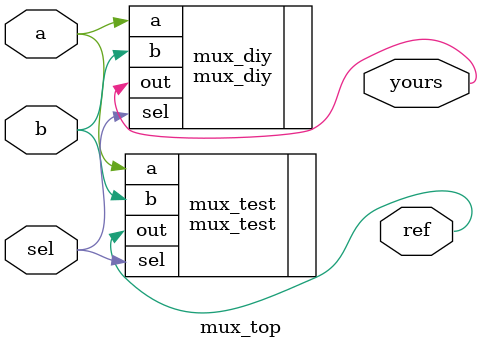
<source format=v>
`timescale 1ns / 1ps

module mux_top( 
    input a, b, sel,
    output ref,yours );
    
    
    mux_test mux_test(
            .a(a),
            .b(b),
            .sel(sel),
            .out(ref)
        );
    
    
    mux_diy mux_diy(
        .a(a),
        .b(b),
        .sel(sel),
        .out(yours)
    );
    
endmodule
</source>
